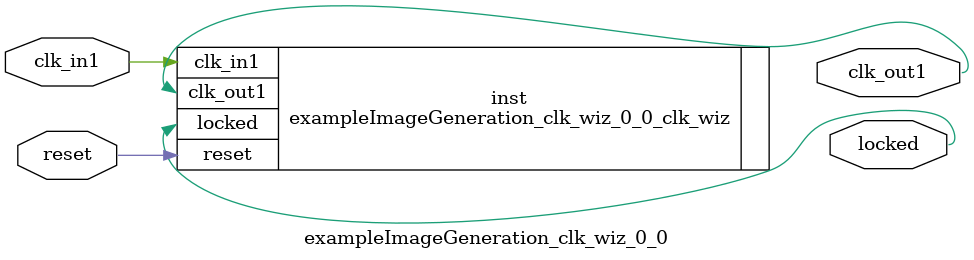
<source format=v>


`timescale 1ps/1ps

(* CORE_GENERATION_INFO = "exampleImageGeneration_clk_wiz_0_0,clk_wiz_v6_0_3_0_0,{component_name=exampleImageGeneration_clk_wiz_0_0,use_phase_alignment=true,use_min_o_jitter=false,use_max_i_jitter=false,use_dyn_phase_shift=false,use_inclk_switchover=false,use_dyn_reconfig=false,enable_axi=0,feedback_source=FDBK_AUTO,PRIMITIVE=MMCM,num_out_clk=1,clkin1_period=10.000,clkin2_period=10.000,use_power_down=false,use_reset=true,use_locked=true,use_inclk_stopped=false,feedback_type=SINGLE,CLOCK_MGR_TYPE=NA,manual_override=false}" *)

module exampleImageGeneration_clk_wiz_0_0 
 (
  // Clock out ports
  output        clk_out1,
  // Status and control signals
  input         reset,
  output        locked,
 // Clock in ports
  input         clk_in1
 );

  exampleImageGeneration_clk_wiz_0_0_clk_wiz inst
  (
  // Clock out ports  
  .clk_out1(clk_out1),
  // Status and control signals               
  .reset(reset), 
  .locked(locked),
 // Clock in ports
  .clk_in1(clk_in1)
  );

endmodule

</source>
